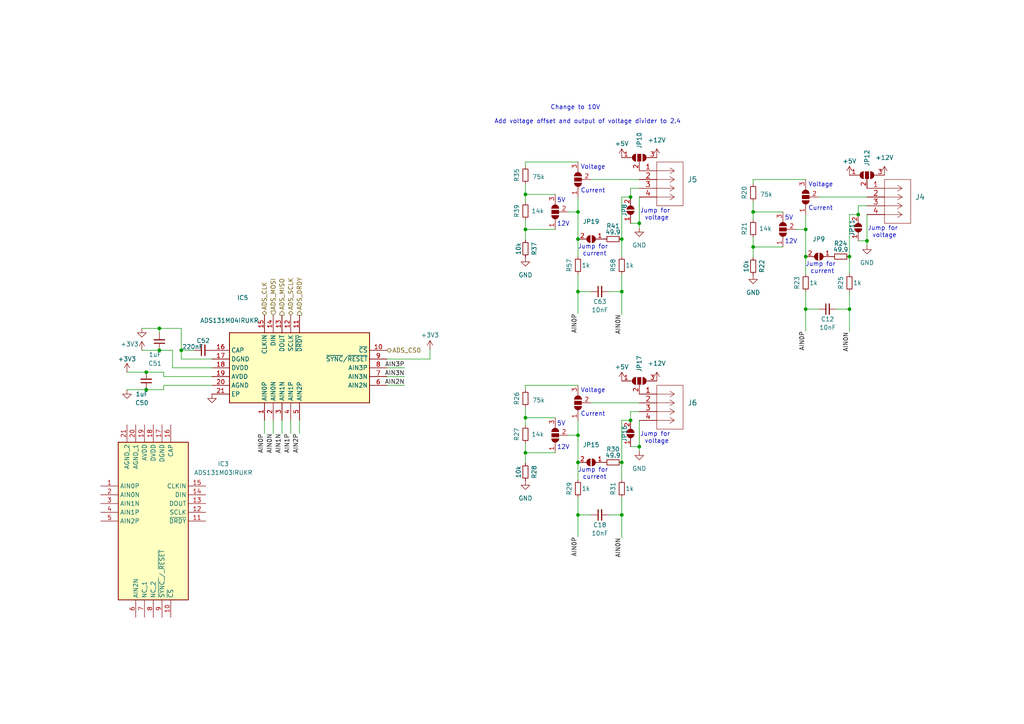
<source format=kicad_sch>
(kicad_sch (version 20250114) (generator "eeschema") (generator_version "9.0")
  (paper "A4")
  (lib_symbols
    (symbol "ADS131M03IRUKR:ADS131M03IRUKR"
      (property "Reference" "IC" (at 26.67 17.78 0))
      (property "Value" "ADS131M03IRUKR" (at 26.67 15.24 0))
      (symbol "ADS131M03IRUKR_1_1"
        (rectangle (start 5.08 12.7) (end 25.4 -33.02) (stroke (width 0.254)) (fill (type background)))
        (pin passive line (at 0 0 0) (length 5.08) (name "AIN0P") (number "1"))
        (pin passive line (at 0 -2.54 0) (length 5.08) (name "AIN0N") (number "2"))
        (pin passive line (at 0 -5.08 0) (length 5.08) (name "AIN1N") (number "3"))
        (pin passive line (at 0 -7.62 0) (length 5.08) (name "AIN1P") (number "4"))
        (pin passive line (at 0 -10.16 0) (length 5.08) (name "AIN2P") (number "5"))
        (pin passive line (at 7.62 17.78 270) (length 5.08) (name "AGND_2") (number "21"))
        (pin passive line (at 10.16 17.78 270) (length 5.08) (name "AGND_1") (number "20"))
        (pin passive line (at 10.16 -38.1 90) (length 5.08) (name "AIN2N") (number "6"))
        (pin passive line (at 12.7 17.78 270) (length 5.08) (name "AVDD") (number "19"))
        (pin passive line (at 12.7 -38.1 90) (length 5.08) (name "NC_1") (number "7"))
        (pin passive line (at 15.24 17.78 270) (length 5.08) (name "DVDD") (number "18"))
        (pin passive line (at 15.24 -38.1 90) (length 5.08) (name "NC_2") (number "8"))
        (pin passive line (at 17.78 17.78 270) (length 5.08) (name "DGND") (number "17"))
        (pin passive line (at 17.78 -38.1 90) (length 5.08) (name "~{SYNC_}/_~{RESET}") (number "9"))
        (pin passive line (at 20.32 17.78 270) (length 5.08) (name "CAP") (number "16"))
        (pin passive line (at 20.32 -38.1 90) (length 5.08) (name "~{CS}") (number "10"))
        (pin passive line (at 30.48 0 180) (length 5.08) (name "CLKIN") (number "15"))
        (pin passive line (at 30.48 -2.54 180) (length 5.08) (name "DIN") (number "14"))
        (pin passive line (at 30.48 -5.08 180) (length 5.08) (name "DOUT") (number "13"))
        (pin passive line (at 30.48 -7.62 180) (length 5.08) (name "SCLK") (number "12"))
        (pin passive line (at 30.48 -10.16 180) (length 5.08) (name "~{DRDY}") (number "11"))
      )
    )
    (symbol "Device:C_Small" (pin_numbers (hide yes)) (pin_names (offset 0.254) (hide yes))
      (property "Reference" "C" (at 0.254 1.778 0))
      (property "Value" "C_Small" (at 0.254 -2.032 0))
      (symbol "C_Small_0_1"
        (polyline (pts (xy -1.524 0.508) (xy 1.524 0.508)) (stroke (width 0.3048)))
        (polyline (pts (xy -1.524 -0.508) (xy 1.524 -0.508)) (stroke (width 0.3302)))
      )
      (symbol "C_Small_1_1"
        (pin passive line (at 0 2.54 270) (length 2.032) (name "~") (number "1"))
        (pin passive line (at 0 -2.54 90) (length 2.032) (name "~") (number "2"))
      )
    )
    (symbol "Device:R_Small" (pin_numbers (hide yes)) (pin_names (offset 0.254) (hide yes))
      (property "Reference" "R" (at 0.762 0.508 0))
      (property "Value" "R_Small" (at 0.762 -1.016 0))
      (symbol "R_Small_0_1"
        (rectangle (start -0.762 1.778) (end 0.762 -1.778) (stroke (width 0.2032)))
      )
      (symbol "R_Small_1_1"
        (pin passive line (at 0 2.54 270) (length 0.762) (name "~") (number "1"))
        (pin passive line (at 0 -2.54 90) (length 0.762) (name "~") (number "2"))
      )
    )
    (symbol "GND_1" (power) (pin_names (offset 0))
      (property "Value" "GND_1" (at 0 -3.81 0))
      (symbol "GND_1_0_1"
        (polyline (pts (xy 0 0) (xy 0 -1.27) (xy 1.27 -1.27) (xy 0 -2.54) (xy -1.27 -1.27) (xy 0 -1.27)))
      )
      (symbol "GND_1_1_1"
        (pin power_in line (at 0 0 270) (length 0) (hide yes) (name "GND") (number "1"))
      )
    )
    (symbol "Jumper:SolderJumper_2_Open" (pin_names (offset 0) (hide yes))
      (property "Reference" "JP" (at 0 2.032 0))
      (property "Value" "SolderJumper_2_Open" (at 0 -2.54 0))
      (symbol "SolderJumper_2_Open_0_1"
        (polyline (pts (xy -0.254 1.016) (xy -0.254 -1.016)))
        (arc (start -0.254 -1.016) (mid -1.2656 0) (end -0.254 1.016))
        (arc (start -0.254 -1.016) (mid -1.2656 0) (end -0.254 1.016) (fill (type outline)))
        (arc (start 0.254 1.016) (mid 1.2656 0) (end 0.254 -1.016))
        (arc (start 0.254 1.016) (mid 1.2656 0) (end 0.254 -1.016) (fill (type outline)))
        (polyline (pts (xy 0.254 1.016) (xy 0.254 -1.016)))
      )
      (symbol "SolderJumper_2_Open_1_1"
        (pin passive line (at -3.81 0 0) (length 2.54) (name "A") (number "1"))
        (pin passive line (at 3.81 0 180) (length 2.54) (name "B") (number "2"))
      )
    )
    (symbol "Jumper:SolderJumper_3_Open" (pin_names (offset 0) (hide yes))
      (property "Reference" "JP" (at -2.54 -2.54 0))
      (property "Value" "SolderJumper_3_Open" (at 0 2.794 0))
      (symbol "SolderJumper_3_Open_0_1"
        (polyline (pts (xy -2.54 0) (xy -2.032 0)))
        (polyline (pts (xy -1.016 1.016) (xy -1.016 -1.016)))
        (arc (start -1.016 -1.016) (mid -2.0276 0) (end -1.016 1.016))
        (arc (start -1.016 -1.016) (mid -2.0276 0) (end -1.016 1.016) (fill (type outline)))
        (rectangle (start -0.508 1.016) (end 0.508 -1.016) (fill (type outline)))
        (polyline (pts (xy 0 -1.27) (xy 0 -1.016)))
        (arc (start 1.016 1.016) (mid 2.0276 0) (end 1.016 -1.016))
        (arc (start 1.016 1.016) (mid 2.0276 0) (end 1.016 -1.016) (fill (type outline)))
        (polyline (pts (xy 1.016 1.016) (xy 1.016 -1.016)))
        (polyline (pts (xy 2.54 0) (xy 2.032 0)))
      )
      (symbol "SolderJumper_3_Open_1_1"
        (pin passive line (at -5.08 0 0) (length 2.54) (name "A") (number "1"))
        (pin input line (at 0 -3.81 90) (length 2.54) (name "C") (number "2"))
        (pin passive line (at 5.08 0 180) (length 2.54) (name "B") (number "3"))
      )
    )
    (symbol "iclr:1053131104" (pin_names (offset 0.254) (hide yes))
      (property "Reference" "J" (at 8.89 6.35 0))
      (property "Value" "1053131104" (at 10.16 -5.08 0))
      (symbol "1053131104_1_1"
        (polyline (pts (xy 5.08 2.54) (xy 5.08 -10.16)) (stroke (width 0.127)))
        (polyline (pts (xy 5.08 -10.16) (xy 12.7 -10.16)) (stroke (width 0.127)))
        (polyline (pts (xy 10.16 0) (xy 5.08 0)) (stroke (width 0.127)))
        (polyline (pts (xy 10.16 0) (xy 8.89 0.8382)) (stroke (width 0.127)))
        (polyline (pts (xy 10.16 0) (xy 8.89 -0.8382)) (stroke (width 0.127)))
        (polyline (pts (xy 10.16 -2.54) (xy 5.08 -2.54)) (stroke (width 0.127)))
        (polyline (pts (xy 10.16 -2.54) (xy 8.89 -1.7018)) (stroke (width 0.127)))
        (polyline (pts (xy 10.16 -2.54) (xy 8.89 -3.3782)) (stroke (width 0.127)))
        (polyline (pts (xy 10.16 -5.08) (xy 5.08 -5.08)) (stroke (width 0.127)))
        (polyline (pts (xy 10.16 -5.08) (xy 8.89 -4.2418)) (stroke (width 0.127)))
        (polyline (pts (xy 10.16 -5.08) (xy 8.89 -5.9182)) (stroke (width 0.127)))
        (polyline (pts (xy 10.16 -7.62) (xy 5.08 -7.62)) (stroke (width 0.127)))
        (polyline (pts (xy 10.16 -7.62) (xy 8.89 -6.7818)) (stroke (width 0.127)))
        (polyline (pts (xy 10.16 -7.62) (xy 8.89 -8.4582)) (stroke (width 0.127)))
        (polyline (pts (xy 12.7 2.54) (xy 5.08 2.54)) (stroke (width 0.127)))
        (polyline (pts (xy 12.7 -10.16) (xy 12.7 2.54)) (stroke (width 0.127)))
        (pin unspecified line (at 0 0 0) (length 5.08) (name "1") (number "1"))
        (pin unspecified line (at 0 -2.54 0) (length 5.08) (name "2") (number "2"))
        (pin unspecified line (at 0 -5.08 0) (length 5.08) (name "3") (number "3"))
        (pin unspecified line (at 0 -7.62 0) (length 5.08) (name "4") (number "4"))
      )
    )
    (symbol "iclr:ADS131M04IRUKR"
      (property "Reference" "IC" (at 26.67 15.24 0))
      (property "Value" "ADS131M04IRUKR" (at 26.67 12.7 0))
      (symbol "ADS131M04IRUKR_1_1"
        (rectangle (start 5.08 10.16) (end 25.4 -30.48) (stroke (width 0.254)) (fill (type background)))
        (pin passive line (at 0 0 0) (length 5.08) (name "AIN0P") (number "1"))
        (pin passive line (at 0 -2.54 0) (length 5.08) (name "AIN0N") (number "2"))
        (pin passive line (at 0 -5.08 0) (length 5.08) (name "AIN1N") (number "3"))
        (pin passive line (at 0 -7.62 0) (length 5.08) (name "AIN1P") (number "4"))
        (pin passive line (at 0 -10.16 0) (length 5.08) (name "AIN2P") (number "5"))
        (pin passive line (at 7.62 15.24 270) (length 5.08) (name "EP") (number "21"))
        (pin passive line (at 10.16 15.24 270) (length 5.08) (name "AGND") (number "20"))
        (pin passive line (at 10.16 -35.56 90) (length 5.08) (name "AIN2N") (number "6"))
        (pin passive line (at 12.7 15.24 270) (length 5.08) (name "AVDD") (number "19"))
        (pin passive line (at 12.7 -35.56 90) (length 5.08) (name "AIN3N") (number "7"))
        (pin passive line (at 15.24 15.24 270) (length 5.08) (name "DVDD") (number "18"))
        (pin passive line (at 15.24 -35.56 90) (length 5.08) (name "AIN3P") (number "8"))
        (pin passive line (at 17.78 15.24 270) (length 5.08) (name "DGND") (number "17"))
        (pin passive line (at 17.78 -35.56 90) (length 5.08) (name "~{SYNC}/~{RESET}") (number "9"))
        (pin passive line (at 20.32 15.24 270) (length 5.08) (name "CAP") (number "16"))
        (pin passive line (at 20.32 -35.56 90) (length 5.08) (name "~{CS}") (number "10"))
        (pin passive line (at 30.48 0 180) (length 5.08) (name "CLKIN") (number "15"))
        (pin passive line (at 30.48 -2.54 180) (length 5.08) (name "DIN") (number "14"))
        (pin passive line (at 30.48 -5.08 180) (length 5.08) (name "DOUT") (number "13"))
        (pin passive line (at 30.48 -7.62 180) (length 5.08) (name "SCLK") (number "12"))
        (pin passive line (at 30.48 -10.16 180) (length 5.08) (name "~{DRDY}") (number "11"))
      )
    )
    (symbol "power:+12V" (power) (pin_names (offset 0))
      (property "Value" "+12V" (at 0 3.556 0))
      (symbol "+12V_0_1"
        (polyline (pts (xy -0.762 1.27) (xy 0 2.54)))
        (polyline (pts (xy 0 2.54) (xy 0.762 1.27)))
        (polyline (pts (xy 0 0) (xy 0 2.54)))
      )
      (symbol "+12V_1_1"
        (pin power_in line (at 0 0 90) (length 0) (hide yes) (name "+12V") (number "1"))
      )
    )
    (symbol "power:+3.3V" (power) (pin_names (offset 0))
      (property "Value" "+3.3V" (at 0 3.556 0))
      (symbol "+3.3V_0_1"
        (polyline (pts (xy -0.762 1.27) (xy 0 2.54)))
        (polyline (pts (xy 0 2.54) (xy 0.762 1.27)))
        (polyline (pts (xy 0 0) (xy 0 2.54)))
      )
      (symbol "+3.3V_1_1"
        (pin power_in line (at 0 0 90) (length 0) (hide yes) (name "+3V3") (number "1"))
      )
    )
    (symbol "power:+3V3" (power) (pin_numbers (hide yes)) (pin_names (offset 0) (hide yes))
      (property "Value" "+3V3" (at 0 3.556 0))
      (symbol "+3V3_0_1"
        (polyline (pts (xy -0.762 1.27) (xy 0 2.54)))
        (polyline (pts (xy 0 2.54) (xy 0.762 1.27)))
        (polyline (pts (xy 0 0) (xy 0 2.54)))
      )
      (symbol "+3V3_1_1"
        (pin power_in line (at 0 0 90) (length 0) (name "~") (number "1"))
      )
    )
    (symbol "power:+5V" (power) (pin_names (offset 0))
      (property "Value" "+5V" (at 0 3.556 0))
      (symbol "+5V_0_1"
        (polyline (pts (xy -0.762 1.27) (xy 0 2.54)))
        (polyline (pts (xy 0 2.54) (xy 0.762 1.27)))
        (polyline (pts (xy 0 0) (xy 0 2.54)))
      )
      (symbol "+5V_1_1"
        (pin power_in line (at 0 0 90) (length 0) (hide yes) (name "+5V") (number "1"))
      )
    )
    (symbol "power:GND" (power) (pin_names (offset 0))
      (property "Value" "GND" (at 0 -3.81 0))
      (symbol "GND_0_1"
        (polyline (pts (xy 0 0) (xy 0 -1.27) (xy 1.27 -1.27) (xy 0 -2.54) (xy -1.27 -1.27) (xy 0 -1.27)))
      )
      (symbol "GND_1_1"
        (pin power_in line (at 0 0 270) (length 0) (hide yes) (name "GND") (number "1"))
      )
    )
  )
  (text "Jump for \ncurrent" (at 172.466 139.192 0) (effects (font (size 1.27 1.27)) (justify bottom)))
  (text "12V\n" (at 161.544 130.556 0) (effects (font (size 1.27 1.27)) (justify left bottom)))
  (text "Add voltage offset and output of voltage divider to 2.4" (at 170.434 35.306 0) (effects (font (size 1.27 1.27))))
  (text "12V\n" (at 161.544 65.786 0) (effects (font (size 1.27 1.27)) (justify left bottom)))
  (text "Voltage" (at 168.402 49.276 0) (effects (font (size 1.27 1.27)) (justify left bottom)))
  (text "5V" (at 161.544 58.928 0) (effects (font (size 1.27 1.27)) (justify left bottom)))
  (text "Jump for \nvoltage" (at 256.54 69.088 0) (effects (font (size 1.27 1.27)) (justify bottom)))
  (text "Change to 10V" (at 166.878 31.242 0) (effects (font (size 1.27 1.27))))
  (text "Jump for \ncurrent" (at 238.506 79.502 0) (effects (font (size 1.27 1.27)) (justify bottom)))
  (text "5V" (at 161.544 123.698 0) (effects (font (size 1.27 1.27)) (justify left bottom)))
  (text "Current" (at 234.442 61.214 0) (effects (font (size 1.27 1.27)) (justify left bottom)))
  (text "Current" (at 168.402 120.904 0) (effects (font (size 1.27 1.27)) (justify left bottom)))
  (text "Voltage" (at 168.402 114.046 0) (effects (font (size 1.27 1.27)) (justify left bottom)))
  (text "Current" (at 168.402 56.134 0) (effects (font (size 1.27 1.27)) (justify left bottom)))
  (text "Jump for \nvoltage" (at 190.5 128.778 0) (effects (font (size 1.27 1.27)) (justify bottom)))
  (text "Voltage" (at 234.442 54.356 0) (effects (font (size 1.27 1.27)) (justify left bottom)))
  (text "5V" (at 227.584 64.008 0) (effects (font (size 1.27 1.27)) (justify left bottom)))
  (text "12V\n" (at 227.584 70.866 0) (effects (font (size 1.27 1.27)) (justify left bottom)))
  (text "Jump for \ncurrent" (at 172.466 74.422 0) (effects (font (size 1.27 1.27)) (justify bottom)))
  (text "Jump for \nvoltage" (at 190.5 64.008 0) (effects (font (size 1.27 1.27)) (justify bottom)))
  (junction (at 167.64 69.342))
  (junction (at 42.418 107.95))
  (junction (at 167.64 149.352))
  (junction (at 152.4 131.318))
  (junction (at 251.46 69.85))
  (junction (at 42.418 113.03))
  (junction (at 152.4 121.158))
  (junction (at 218.44 71.628))
  (junction (at 248.92 62.23))
  (junction (at 185.42 64.77))
  (junction (at 233.68 89.662))
  (junction (at 246.38 74.422))
  (junction (at 167.64 61.468))
  (junction (at 185.42 129.54))
  (junction (at 180.34 84.582))
  (junction (at 46.228 95.25))
  (junction (at 182.88 121.92))
  (junction (at 152.4 56.388))
  (junction (at 46.228 101.6))
  (junction (at 167.64 134.112))
  (junction (at 167.64 126.238))
  (junction (at 233.68 66.548))
  (junction (at 180.34 149.352))
  (junction (at 180.34 134.112))
  (junction (at 233.68 74.422))
  (junction (at 182.88 57.15))
  (junction (at 152.4 66.548))
  (junction (at 218.44 61.468))
  (junction (at 52.578 101.6))
  (junction (at 246.38 89.662))
  (junction (at 180.34 69.342))
  (junction (at 167.64 84.582))
  (wire (pts (xy 152.4 121.158) (xy 161.036 121.158)))
  (wire (pts (xy 152.4 66.548) (xy 152.4 69.596)))
  (wire (pts (xy 218.44 58.42) (xy 218.44 61.468)))
  (wire (pts (xy 152.4 63.754) (xy 152.4 66.548)))
  (wire (pts (xy 112.268 111.76) (xy 117.348 111.76)))
  (wire (pts (xy 41.148 101.6) (xy 46.228 101.6)))
  (wire (pts (xy 36.83 113.03) (xy 42.418 113.03)))
  (wire (pts (xy 79.248 125.73) (xy 79.248 121.92)))
  (wire (pts (xy 167.64 144.272) (xy 167.64 149.352)))
  (wire (pts (xy 185.42 129.54) (xy 185.42 130.81)))
  (wire (pts (xy 167.64 84.582) (xy 171.45 84.582)))
  (wire (pts (xy 237.49 57.15) (xy 251.46 57.15)))
  (wire (pts (xy 50.038 106.68) (xy 61.468 106.68)))
  (wire (pts (xy 164.846 61.468) (xy 167.64 61.468)))
  (wire (pts (xy 176.53 84.582) (xy 180.34 84.582)))
  (wire (pts (xy 84.328 125.73) (xy 84.328 121.92)))
  (wire (pts (xy 52.578 101.6) (xy 52.578 104.14)))
  (wire (pts (xy 218.44 71.628) (xy 227.076 71.628)))
  (wire (pts (xy 218.44 61.468) (xy 218.44 63.754)))
  (wire (pts (xy 47.498 111.76) (xy 61.468 111.76)))
  (wire (pts (xy 185.42 64.77) (xy 185.42 66.04)))
  (wire (pts (xy 152.4 118.11) (xy 152.4 121.158)))
  (wire (pts (xy 167.64 134.112) (xy 167.64 139.192)))
  (wire (pts (xy 180.34 134.112) (xy 180.34 121.92)))
  (wire (pts (xy 246.38 89.662) (xy 246.38 84.582)))
  (wire (pts (xy 152.4 121.158) (xy 152.4 123.444)))
  (wire (pts (xy 152.4 56.388) (xy 161.036 56.388)))
  (wire (pts (xy 180.34 69.342) (xy 180.34 74.422)))
  (wire (pts (xy 251.46 62.23) (xy 251.46 69.85)))
  (wire (pts (xy 81.788 125.73) (xy 81.788 121.92)))
  (wire (pts (xy 182.88 64.77) (xy 185.42 64.77)))
  (wire (pts (xy 233.68 74.422) (xy 233.68 79.502)))
  (wire (pts (xy 180.34 69.342) (xy 180.34 57.15)))
  (wire (pts (xy 152.4 128.524) (xy 152.4 131.318)))
  (wire (pts (xy 47.498 107.95) (xy 47.498 109.22)))
  (wire (pts (xy 52.578 101.6) (xy 56.388 101.6)))
  (wire (pts (xy 233.68 66.548) (xy 233.68 74.422)))
  (wire (pts (xy 167.64 149.352) (xy 171.45 149.352)))
  (wire (pts (xy 124.714 101.346) (xy 124.714 104.14)))
  (wire (pts (xy 233.68 62.23) (xy 233.68 66.548)))
  (wire (pts (xy 152.4 131.318) (xy 152.4 134.366)))
  (wire (pts (xy 180.34 84.582) (xy 180.34 79.502)))
  (wire (pts (xy 233.68 89.662) (xy 233.68 96.012)))
  (wire (pts (xy 152.4 111.76) (xy 152.4 113.03)))
  (wire (pts (xy 251.46 69.85) (xy 251.46 71.12)))
  (wire (pts (xy 47.498 109.22) (xy 61.468 109.22)))
  (wire (pts (xy 41.148 95.25) (xy 46.228 95.25)))
  (wire (pts (xy 152.4 53.34) (xy 152.4 56.388)))
  (wire (pts (xy 167.64 126.238) (xy 167.64 134.112)))
  (wire (pts (xy 246.38 62.23) (xy 248.92 62.23)))
  (wire (pts (xy 52.578 95.25) (xy 52.578 101.6)))
  (wire (pts (xy 76.708 125.73) (xy 76.708 121.92)))
  (wire (pts (xy 218.44 61.468) (xy 227.076 61.468)))
  (wire (pts (xy 246.38 89.662) (xy 246.38 96.266)))
  (wire (pts (xy 167.64 61.468) (xy 167.64 69.342)))
  (wire (pts (xy 182.88 129.54) (xy 185.42 129.54)))
  (wire (pts (xy 248.92 69.85) (xy 251.46 69.85)))
  (wire (pts (xy 50.038 101.6) (xy 50.038 106.68)))
  (wire (pts (xy 86.868 125.73) (xy 86.868 121.92)))
  (wire (pts (xy 180.34 149.352) (xy 180.34 144.272)))
  (wire (pts (xy 47.498 113.03) (xy 47.498 111.76)))
  (wire (pts (xy 248.92 59.69) (xy 248.92 62.23)))
  (wire (pts (xy 218.44 71.628) (xy 218.44 74.676)))
  (wire (pts (xy 218.44 52.07) (xy 218.44 53.34)))
  (wire (pts (xy 246.38 74.422) (xy 246.38 79.502)))
  (wire (pts (xy 182.88 119.38) (xy 182.88 121.92)))
  (wire (pts (xy 171.45 116.84) (xy 185.42 116.84)))
  (wire (pts (xy 176.53 149.352) (xy 180.34 149.352)))
  (wire (pts (xy 233.68 52.07) (xy 218.44 52.07)))
  (wire (pts (xy 52.578 104.14) (xy 61.468 104.14)))
  (wire (pts (xy 185.42 121.92) (xy 185.42 129.54)))
  (wire (pts (xy 171.45 52.07) (xy 185.42 52.07)))
  (wire (pts (xy 180.34 57.15) (xy 182.88 57.15)))
  (wire (pts (xy 248.92 59.69) (xy 251.46 59.69)))
  (wire (pts (xy 167.64 111.76) (xy 152.4 111.76)))
  (wire (pts (xy 42.418 107.95) (xy 47.498 107.95)))
  (wire (pts (xy 152.4 66.548) (xy 161.036 66.548)))
  (wire (pts (xy 46.228 95.25) (xy 46.228 96.52)))
  (wire (pts (xy 112.268 104.14) (xy 124.714 104.14)))
  (wire (pts (xy 167.64 46.99) (xy 152.4 46.99)))
  (wire (pts (xy 233.68 84.582) (xy 233.68 89.662)))
  (wire (pts (xy 112.268 109.22) (xy 117.348 109.22)))
  (wire (pts (xy 246.38 74.422) (xy 246.38 62.23)))
  (wire (pts (xy 167.64 57.15) (xy 167.64 61.468)))
  (wire (pts (xy 42.418 107.95) (xy 36.83 107.95)))
  (wire (pts (xy 152.4 131.318) (xy 161.036 131.318)))
  (wire (pts (xy 182.88 54.61) (xy 182.88 57.15)))
  (wire (pts (xy 42.418 113.03) (xy 47.498 113.03)))
  (wire (pts (xy 185.42 57.15) (xy 185.42 64.77)))
  (wire (pts (xy 167.64 149.352) (xy 167.64 155.702)))
  (wire (pts (xy 180.34 121.92) (xy 182.88 121.92)))
  (wire (pts (xy 152.4 46.99) (xy 152.4 48.26)))
  (wire (pts (xy 218.44 68.834) (xy 218.44 71.628)))
  (wire (pts (xy 230.886 66.548) (xy 233.68 66.548)))
  (wire (pts (xy 167.64 79.502) (xy 167.64 84.582)))
  (wire (pts (xy 46.228 101.6) (xy 50.038 101.6)))
  (wire (pts (xy 242.57 89.662) (xy 246.38 89.662)))
  (wire (pts (xy 182.88 54.61) (xy 185.42 54.61)))
  (wire (pts (xy 152.4 56.388) (xy 152.4 58.674)))
  (wire (pts (xy 164.846 126.238) (xy 167.64 126.238)))
  (wire (pts (xy 180.34 84.582) (xy 180.34 91.186)))
  (wire (pts (xy 180.34 134.112) (xy 180.34 139.192)))
  (wire (pts (xy 180.34 149.352) (xy 180.34 155.956)))
  (wire (pts (xy 167.64 84.582) (xy 167.64 90.932)))
  (wire (pts (xy 46.228 95.25) (xy 52.578 95.25)))
  (wire (pts (xy 233.68 89.662) (xy 237.49 89.662)))
  (wire (pts (xy 182.88 119.38) (xy 185.42 119.38)))
  (wire (pts (xy 112.268 106.68) (xy 117.348 106.68)))
  (wire (pts (xy 167.64 69.342) (xy 167.64 74.422)))
  (wire (pts (xy 167.64 121.92) (xy 167.64 126.238)))
  (label "AIN2P" (at 86.868 125.73 270))
  (label "AIN2N" (at 117.348 111.76 180))
  (label "AIN0N" (at 79.248 125.73 270))
  (label "AIN1N" (at 81.788 125.73 270))
  (label "AIN3N" (at 117.348 109.22 180))
  (label "AIN0N" (at 246.38 96.266 270))
  (label "AIN0P" (at 167.64 90.932 270))
  (label "AIN0P" (at 167.64 155.702 270))
  (label "AIN1P" (at 84.328 125.73 270))
  (label "AIN0N" (at 180.34 91.186 270))
  (label "AIN3P" (at 117.348 106.68 180))
  (label "AIN0N" (at 180.34 155.956 270))
  (label "AIN0P" (at 76.708 125.73 270))
  (label "AIN0P" (at 233.68 96.012 270))
  (hierarchical_label "ADS_DRDY" (shape output) (at 86.868 91.44 90))
  (hierarchical_label "ADS_CLK" (shape bidirectional) (at 76.708 91.44 90))
  (hierarchical_label "ADS_MISO" (shape output) (at 81.788 91.44 90))
  (hierarchical_label "ADS_SCLK" (shape bidirectional) (at 84.328 91.44 90))
  (hierarchical_label "ADS_CS0" (shape bidirectional) (at 112.268 101.6 0))
  (hierarchical_label "ADS_MOSI" (shape input) (at 79.248 91.44 90))
  (symbol (lib_id "Jumper:SolderJumper_2_Open") (at 248.92 66.04 90) (unit 1)
    (property "Reference" "JP11" (at 247.142 66.04 0))
    (property "Value" "SolderJumper_2_Open" (effects (hide yes)))
    (property "Footprint" "iclr:SmallerSolderJP" (effects (hide yes)))
  )
  (symbol (lib_id "power:GND") (at 185.42 66.04 0) (unit 1)
    (property "Reference" "#PWR098" (effects (hide yes)))
    (property "Value" "GND" (at 185.42 71.12 0))
  )
  (symbol (lib_id "power:+5V") (at 180.34 45.72 0) (unit 1)
    (property "Reference" "#PWR0103" (effects (hide yes)))
    (property "Value" "+5V" (at 180.34 41.656 0))
  )
  (symbol (lib_id "Jumper:SolderJumper_2_Open") (at 182.88 60.96 90) (unit 1)
    (property "Reference" "JP8" (at 181.102 60.96 0))
    (property "Value" "SolderJumper_2_Open" (effects (hide yes)))
    (property "Footprint" "iclr:SmallerSolderJP" (effects (hide yes)))
  )
  (symbol (lib_id "Jumper:SolderJumper_2_Open") (at 171.45 134.112 180) (unit 1)
    (property "Reference" "JP15" (at 171.45 129.032 0))
    (property "Value" "SolderJumper_2_Open" (effects (hide yes)))
    (property "Footprint" "iclr:SmallerSolderJP" (effects (hide yes)))
  )
  (symbol (lib_id "Jumper:SolderJumper_3_Open") (at 185.42 110.49 0) (unit 1)
    (property "Reference" "JP17" (at 185.42 107.95 90) (effects (justify left)))
    (property "Value" "SolderJumper_3_Open" (effects (hide yes)))
    (property "Footprint" "Jumper:SolderJumper-3_P1.3mm_Open_RoundedPad1.0x1.5mm_NumberLabels" (effects (hide yes)))
  )
  (symbol (lib_id "power:+5V") (at 180.34 110.49 0) (unit 1)
    (property "Reference" "#PWR058" (effects (hide yes)))
    (property "Value" "+5V" (at 180.34 106.426 0))
  )
  (symbol (lib_name "GND_1") (lib_id "power:GND") (at 61.468 114.3 0) (unit 1)
    (property "Reference" "#PWR0121" (effects (hide yes)))
    (property "Value" "GND" (effects (hide yes)))
  )
  (symbol (lib_id "power:+3V3") (at 124.714 101.346 0) (unit 1)
    (property "Reference" "#PWR052" (effects (hide yes)))
    (property "Value" "+3V3" (at 124.714 97.2129 0))
    (property "Description" "Power symbol creates a global label with name \"+3V3\"" (effects (hide yes)))
  )
  (symbol (lib_id "Jumper:SolderJumper_2_Open") (at 182.88 125.73 90) (unit 1)
    (property "Reference" "JP16" (at 181.102 125.73 0))
    (property "Value" "SolderJumper_2_Open" (effects (hide yes)))
    (property "Footprint" "iclr:SmallerSolderJP" (effects (hide yes)))
  )
  (symbol (lib_id "Jumper:SolderJumper_2_Open") (at 171.45 69.342 180) (unit 1)
    (property "Reference" "JP19" (at 171.45 64.262 0))
    (property "Value" "SolderJumper_2_Open" (effects (hide yes)))
    (property "Footprint" "iclr:SmallerSolderJP" (effects (hide yes)))
  )
  (symbol (lib_id "Jumper:SolderJumper_3_Open") (at 161.036 126.238 90) (unit 1)
    (property "Reference" "JP13" (effects (hide yes)))
    (property "Value" "SolderJumper_3_Open" (effects (hide yes)))
    (property "Footprint" "Jumper:SolderJumper-3_P1.3mm_Open_RoundedPad1.0x1.5mm_NumberLabels" (effects (hide yes)))
  )
  (symbol (lib_id "Device:R_Small") (at 246.38 82.042 0) (unit 1)
    (property "Reference" "R25" (at 243.84 82.042 90))
    (property "Value" "1k" (at 248.666 82.042 0))
    (property "Footprint" "Resistor_SMD:R_0402_1005Metric" (effects (hide yes)))
  )
  (symbol (lib_id "Device:R_Small") (at 167.64 141.732 0) (unit 1)
    (property "Reference" "R29" (at 165.1 141.732 90))
    (property "Value" "1k" (at 169.926 141.732 0))
    (property "Footprint" "Resistor_SMD:R_0402_1005Metric" (effects (hide yes)))
  )
  (symbol (lib_id "power:GND") (at 218.44 79.756 0) (unit 1)
    (property "Reference" "#PWR053" (effects (hide yes)))
    (property "Value" "GND" (at 218.44 84.836 0))
  )
  (symbol (lib_id "power:+3.3V") (at 41.148 101.6 0) (unit 1)
    (property "Reference" "#PWR091" (effects (hide yes)))
    (property "Value" "+3V3" (at 37.592 99.822 0))
  )
  (symbol (lib_id "Device:R_Small") (at 152.4 115.57 0) (unit 1)
    (property "Reference" "R26" (at 149.86 115.57 90))
    (property "Value" "75k" (at 156.21 116.078 0))
    (property "Footprint" "Resistor_SMD:R_0402_1005Metric" (effects (hide yes)))
    (property "MPN" "RT0402BRD0775KL" (effects (hide yes)))
  )
  (symbol (lib_id "Device:R_Small") (at 243.84 74.422 90) (unit 1)
    (property "Reference" "R24" (at 243.84 70.612 90))
    (property "Value" "49.9" (at 243.84 72.39 90))
    (property "Footprint" "Resistor_SMD:R_0402_1005Metric" (effects (hide yes)))
    (property "MPN" "RT0402BRD0749R9L" (effects (hide yes)))
  )
  (symbol (lib_id "power:+5V") (at 246.38 50.8 0) (unit 1)
    (property "Reference" "#PWR054" (effects (hide yes)))
    (property "Value" "+5V" (at 246.38 46.736 0))
  )
  (symbol (lib_id "ADS131M03IRUKR:ADS131M03IRUKR") (at 29.21 140.97 0) (unit 1)
    (property "Reference" "IC3" (at 64.77 134.5498 0))
    (property "Value" "ADS131M03IRUKR" (at 64.77 137.0898 0))
    (property "Footprint" "QFN40P300X300X80-21N-D" (effects (hide yes)))
    (property "Datasheet" "https://www.ti.com/general/docs/suppproductinfo.tsp?distId=10&gotoUrl=http%3A%2F%2Fwww.ti.com%2Flit%2Fgpn%2Fads131m03" (effects (hide yes)))
    (property "Description" "Encoders, Decoders, Multiplexers & Demultiplexers 24-bit, 32-kSPS, 3-channel, simultaneous-sampling, delta-sigma ADC 20-WQFN -40 to 125" (effects (hide yes)))
    (property "Height" "0.8" (effects (hide yes)))
    (property "Mouser Part Number" "595-ADS131M03IRUKR" (effects (hide yes)))
    (property "Mouser Price/Stock" "https://www.mouser.co.uk/ProductDetail/Texas-Instruments/ADS131M03IRUKR?qs=stqOd1AaK7%252Bm3QT30xDCgA%3D%3D" (effects (hide yes)))
    (property "Manufacturer_Name" "Texas Instruments" (effects (hide yes)))
    (property "Manufacturer_Part_Number" "ADS131M03IRUKR" (effects (hide yes)))
  )
  (symbol (lib_id "Jumper:SolderJumper_3_Open") (at 167.64 116.84 90) (unit 1)
    (property "Reference" "JP14" (effects (hide yes)))
    (property "Value" "SolderJumper_3_Open" (effects (hide yes)))
    (property "Footprint" "Jumper:SolderJumper-3_P1.3mm_Open_RoundedPad1.0x1.5mm_NumberLabels" (effects (hide yes)))
  )
  (symbol (lib_id "power:GND") (at 251.46 71.12 0) (unit 1)
    (property "Reference" "#PWR055" (effects (hide yes)))
    (property "Value" "GND" (at 251.46 76.2 0))
  )
  (symbol (lib_id "Jumper:SolderJumper_3_Open") (at 161.036 61.468 90) (unit 1)
    (property "Reference" "JP6" (effects (hide yes)))
    (property "Value" "SolderJumper_3_Open" (effects (hide yes)))
    (property "Footprint" "Jumper:SolderJumper-3_P1.3mm_Open_RoundedPad1.0x1.5mm_NumberLabels" (effects (hide yes)))
  )
  (symbol (lib_id "iclr:ADS131M04IRUKR") (at 76.708 121.92 90) (unit 1)
    (property "Reference" "IC5" (at 70.3894 86.36 90))
    (property "Value" "ADS131M04IRUKR" (at 66.548 92.964 90))
    (property "Footprint" "QFN40P300X300X80-21N-D" (effects (hide yes)))
    (property "Datasheet" "https://www.ti.com/lit/ds/symlink/ads131m04.pdf?ts=1684296802707" (effects (hide yes)))
    (property "Description" "4-channel, simultaneously-sampling, 24-bit, delta-sigma ADC" (effects (hide yes)))
    (property "Height" "0.8" (effects (hide yes)))
    (property "Manufacturer_Name" "Texas Instruments" (effects (hide yes)))
    (property "Manufacturer_Part_Number" "ADS131M04IRUKR" (effects (hide yes)))
    (property "Mouser Part Number" "595-ADS131M04IRUKR" (effects (hide yes)))
    (property "Mouser Price/Stock" "https://www.mouser.co.uk/ProductDetail/Texas-Instruments/ADS131M04IRUKR?qs=vLWxofP3U2wP1yUmK0B01A%3D%3D" (effects (hide yes)))
    (property "Arrow Part Number" "ADS131M04IRUKR" (effects (hide yes)))
    (property "Arrow Price/Stock" "https://www.arrow.com/en/products/ads131m04irukr/texas-instruments?region=nac" (effects (hide yes)))
    (property "MPN" "ADS131M04IRUKR" (effects (hide yes)))
  )
  (symbol (lib_id "Device:R_Small") (at 152.4 50.8 0) (unit 1)
    (property "Reference" "R35" (at 149.86 50.8 90))
    (property "Value" "75k" (at 156.21 51.308 0))
    (property "Footprint" "Resistor_SMD:R_0402_1005Metric" (effects (hide yes)))
    (property "MPN" "RT0402BRD0775KL" (effects (hide yes)))
  )
  (symbol (lib_id "Device:R_Small") (at 180.34 141.732 0) (unit 1)
    (property "Reference" "R31" (at 177.8 141.732 90))
    (property "Value" "1k" (at 182.626 141.732 0))
    (property "Footprint" "Resistor_SMD:R_0402_1005Metric" (effects (hide yes)))
  )
  (symbol (lib_id "Device:R_Small") (at 177.8 69.342 90) (unit 1)
    (property "Reference" "R41" (at 177.8 65.532 90))
    (property "Value" "49.9" (at 177.8 67.31 90))
    (property "Footprint" "Resistor_SMD:R_0402_1005Metric" (effects (hide yes)))
    (property "MPN" "RT0402BRD0749R9L" (effects (hide yes)))
  )
  (symbol (lib_id "Jumper:SolderJumper_3_Open") (at 227.076 66.548 90) (unit 1)
    (property "Reference" "JP4" (effects (hide yes)))
    (property "Value" "SolderJumper_3_Open" (effects (hide yes)))
    (property "Footprint" "Jumper:SolderJumper-3_P1.3mm_Open_RoundedPad1.0x1.5mm_NumberLabels" (effects (hide yes)))
  )
  (symbol (lib_id "Device:R_Small") (at 152.4 61.214 0) (unit 1)
    (property "Reference" "R39" (at 149.86 61.214 90))
    (property "Value" "14k" (at 155.956 61.214 0))
    (property "Footprint" "Resistor_SMD:R_0402_1005Metric" (effects (hide yes)))
    (property "MPN" "0402WGF1402TCE" (effects (hide yes)))
  )
  (symbol (lib_name "GND_1") (lib_id "power:GND") (at 36.83 113.03 0) (unit 1)
    (property "Reference" "#PWR089" (effects (hide yes)))
    (property "Value" "GND" (effects (hide yes)))
  )
  (symbol (lib_id "Device:R_Small") (at 177.8 134.112 90) (unit 1)
    (property "Reference" "R30" (at 177.8 130.302 90))
    (property "Value" "49.9" (at 177.8 132.08 90))
    (property "Footprint" "Resistor_SMD:R_0402_1005Metric" (effects (hide yes)))
    (property "MPN" "RT0402BRD0749R9L" (effects (hide yes)))
  )
  (symbol (lib_id "iclr:1053131104") (at 185.42 114.3 0) (unit 1)
    (property "Reference" "J6" (at 199.39 116.84 0) (effects (font (size 1.524 1.524)) (justify left)))
    (property "Value" "1053131104" (effects (hide yes)))
    (property "Footprint" "Connector_Molex:Molex_Nano-Fit_105313-xx04_1x04_P2.50mm_Horizontal" (effects (hide yes)))
  )
  (symbol (lib_id "Jumper:SolderJumper_3_Open") (at 167.64 52.07 90) (unit 1)
    (property "Reference" "JP5" (effects (hide yes)))
    (property "Value" "SolderJumper_3_Open" (effects (hide yes)))
    (property "Footprint" "Jumper:SolderJumper-3_P1.3mm_Open_RoundedPad1.0x1.5mm_NumberLabels" (effects (hide yes)))
  )
  (symbol (lib_id "Device:R_Small") (at 233.68 82.042 0) (unit 1)
    (property "Reference" "R23" (at 231.14 82.042 90))
    (property "Value" "1k" (at 235.966 82.042 0))
    (property "Footprint" "Resistor_SMD:R_0402_1005Metric" (effects (hide yes)))
  )
  (symbol (lib_id "power:+12V") (at 190.5 110.49 0) (unit 1)
    (property "Reference" "#PWR060" (effects (hide yes)))
    (property "Value" "+12V" (at 190.5 105.41 0))
  )
  (symbol (lib_id "Jumper:SolderJumper_3_Open") (at 233.68 57.15 90) (unit 1)
    (property "Reference" "JP7" (effects (hide yes)))
    (property "Value" "SolderJumper_3_Open" (effects (hide yes)))
    (property "Footprint" "Jumper:SolderJumper-3_P1.3mm_Open_RoundedPad1.0x1.5mm_NumberLabels" (effects (hide yes)))
  )
  (symbol (lib_id "Device:R_Small") (at 152.4 72.136 180) (unit 1)
    (property "Reference" "R37" (at 154.94 72.136 90))
    (property "Value" "10k" (at 150.368 72.136 90))
    (property "Footprint" "Resistor_SMD:R_0402_1005Metric" (effects (hide yes)))
    (property "MPN" " ERA2ARB103X" (effects (hide yes)))
  )
  (symbol (lib_id "Device:C_Small") (at 46.228 99.06 180) (unit 1)
    (property "Reference" "C51" (at 44.958 105.41 0))
    (property "Value" "1uF" (at 44.958 102.87 0))
    (property "Footprint" "Capacitor_SMD:C_0402_1005Metric" (effects (hide yes)))
  )
  (symbol (lib_id "Device:R_Small") (at 180.34 76.962 0) (unit 1)
    (property "Reference" "R58" (at 177.8 76.962 90))
    (property "Value" "1k" (at 182.626 76.962 0))
    (property "Footprint" "Resistor_SMD:R_0402_1005Metric" (effects (hide yes)))
  )
  (symbol (lib_id "power:GND") (at 185.42 130.81 0) (unit 1)
    (property "Reference" "#PWR059" (effects (hide yes)))
    (property "Value" "GND" (at 185.42 135.89 0))
  )
  (symbol (lib_id "power:GND") (at 152.4 74.676 0) (unit 1)
    (property "Reference" "#PWR094" (effects (hide yes)))
    (property "Value" "GND" (at 152.4 79.756 0))
  )
  (symbol (lib_id "Jumper:SolderJumper_2_Open") (at 237.49 74.422 180) (unit 1)
    (property "Reference" "JP9" (at 237.49 69.342 0))
    (property "Value" "SolderJumper_2_Open" (effects (hide yes)))
    (property "Footprint" "iclr:SmallerSolderJP" (effects (hide yes)))
  )
  (symbol (lib_id "power:+12V") (at 190.5 45.72 0) (unit 1)
    (property "Reference" "#PWR0100" (effects (hide yes)))
    (property "Value" "+12V" (at 190.5 40.64 0))
  )
  (symbol (lib_id "Device:C_Small") (at 42.418 110.49 180) (unit 1)
    (property "Reference" "C50" (at 41.148 116.84 0))
    (property "Value" "1uF" (at 41.148 114.3 0))
    (property "Footprint" "Capacitor_SMD:C_0402_1005Metric" (effects (hide yes)))
  )
  (symbol (lib_id "Jumper:SolderJumper_3_Open") (at 251.46 50.8 0) (unit 1)
    (property "Reference" "JP12" (at 251.46 48.26 90) (effects (justify left)))
    (property "Value" "SolderJumper_3_Open" (effects (hide yes)))
    (property "Footprint" "Jumper:SolderJumper-3_P1.3mm_Open_RoundedPad1.0x1.5mm_NumberLabels" (effects (hide yes)))
  )
  (symbol (lib_id "Device:R_Small") (at 152.4 136.906 180) (unit 1)
    (property "Reference" "R28" (at 154.94 136.906 90))
    (property "Value" "10k" (at 150.368 136.906 90))
    (property "Footprint" "Resistor_SMD:R_0402_1005Metric" (effects (hide yes)))
    (property "MPN" " ERA2ARB103X" (effects (hide yes)))
  )
  (symbol (lib_id "Device:R_Small") (at 152.4 125.984 0) (unit 1)
    (property "Reference" "R27" (at 149.86 125.984 90))
    (property "Value" "14k" (at 155.956 125.984 0))
    (property "Footprint" "Resistor_SMD:R_0402_1005Metric" (effects (hide yes)))
    (property "MPN" "0402WGF1402TCE" (effects (hide yes)))
  )
  (symbol (lib_name "GND_1") (lib_id "power:GND") (at 41.148 95.25 0) (unit 1)
    (property "Reference" "#PWR090" (effects (hide yes)))
    (property "Value" "GND" (effects (hide yes)))
  )
  (symbol (lib_id "Jumper:SolderJumper_3_Open") (at 185.42 45.72 0) (unit 1)
    (property "Reference" "JP10" (at 185.42 43.18 90) (effects (justify left)))
    (property "Value" "SolderJumper_3_Open" (effects (hide yes)))
    (property "Footprint" "Jumper:SolderJumper-3_P1.3mm_Open_RoundedPad1.0x1.5mm_NumberLabels" (effects (hide yes)))
  )
  (symbol (lib_id "Device:R_Small") (at 218.44 55.88 0) (unit 1)
    (property "Reference" "R20" (at 215.9 55.88 90))
    (property "Value" "75k" (at 222.25 56.388 0))
    (property "Footprint" "Resistor_SMD:R_0402_1005Metric" (effects (hide yes)))
    (property "MPN" "RT0402BRD0775KL" (effects (hide yes)))
  )
  (symbol (lib_id "Device:R_Small") (at 218.44 66.294 0) (unit 1)
    (property "Reference" "R21" (at 215.9 66.294 90))
    (property "Value" "14k" (at 221.996 66.294 0))
    (property "Footprint" "Resistor_SMD:R_0402_1005Metric" (effects (hide yes)))
    (property "MPN" "0402WGF1402TCE" (effects (hide yes)))
  )
  (symbol (lib_id "Device:C_Small") (at 240.03 89.662 90) (unit 1)
    (property "Reference" "C12" (at 240.03 92.5717 90))
    (property "Value" "10nF" (at 240.03 94.996 90))
    (property "Footprint" "Capacitor_SMD:C_0402_1005Metric" (effects (hide yes)))
    (property "Description" "Unpolarized capacitor, small symbol" (effects (hide yes)))
  )
  (symbol (lib_id "Device:C_Small") (at 173.99 149.352 90) (unit 1)
    (property "Reference" "C18" (at 173.99 152.2617 90))
    (property "Value" "10nF" (at 173.99 154.686 90))
    (property "Footprint" "Capacitor_SMD:C_0402_1005Metric" (effects (hide yes)))
    (property "Description" "Unpolarized capacitor, small symbol" (effects (hide yes)))
  )
  (symbol (lib_id "iclr:1053131104") (at 251.46 54.61 0) (unit 1)
    (property "Reference" "J4" (at 265.43 57.15 0) (effects (font (size 1.524 1.524)) (justify left)))
    (property "Value" "1053131104" (effects (hide yes)))
    (property "Footprint" "Connector_Molex:Molex_Nano-Fit_105313-xx04_1x04_P2.50mm_Horizontal" (effects (hide yes)))
  )
  (symbol (lib_id "Device:R_Small") (at 218.44 77.216 180) (unit 1)
    (property "Reference" "R22" (at 220.98 77.216 90))
    (property "Value" "10k" (at 216.408 77.216 90))
    (property "Footprint" "Resistor_SMD:R_0402_1005Metric" (effects (hide yes)))
    (property "MPN" " ERA2ARB103X" (effects (hide yes)))
  )
  (symbol (lib_id "Device:C_Small") (at 58.928 101.6 90) (unit 1)
    (property "Reference" "C52" (at 58.928 98.806 90))
    (property "Value" "220nF" (at 55.88 100.584 90))
    (property "Footprint" "Capacitor_SMD:C_0402_1005Metric" (effects (hide yes)))
  )
  (symbol (lib_id "power:GND") (at 152.4 139.446 0) (unit 1)
    (property "Reference" "#PWR057" (effects (hide yes)))
    (property "Value" "GND" (at 152.4 144.526 0))
  )
  (symbol (lib_id "iclr:1053131104") (at 185.42 49.53 0) (unit 1)
    (property "Reference" "J5" (at 199.39 52.07 0) (effects (font (size 1.524 1.524)) (justify left)))
    (property "Value" "1053131104" (effects (hide yes)))
    (property "Footprint" "Connector_Molex:Molex_Nano-Fit_105313-xx04_1x04_P2.50mm_Horizontal" (effects (hide yes)))
  )
  (symbol (lib_id "Device:R_Small") (at 167.64 76.962 0) (unit 1)
    (property "Reference" "R57" (at 165.1 76.962 90))
    (property "Value" "1k" (at 169.926 76.962 0))
    (property "Footprint" "Resistor_SMD:R_0402_1005Metric" (effects (hide yes)))
  )
  (symbol (lib_id "power:+3.3V") (at 36.83 107.95 0) (unit 1)
    (property "Reference" "#PWR088" (effects (hide yes)))
    (property "Value" "+3V3" (at 36.83 104.14 0))
  )
  (symbol (lib_id "power:+12V") (at 256.54 50.8 0) (unit 1)
    (property "Reference" "#PWR056" (effects (hide yes)))
    (property "Value" "+12V" (at 256.54 45.72 0))
  )
  (symbol (lib_id "Device:C_Small") (at 173.99 84.582 90) (unit 1)
    (property "Reference" "C63" (at 173.99 87.4917 90))
    (property "Value" "10nF" (at 173.99 89.916 90))
    (property "Footprint" "Capacitor_SMD:C_0402_1005Metric" (effects (hide yes)))
    (property "Description" "Unpolarized capacitor, small symbol" (effects (hide yes)))
  )
)
</source>
